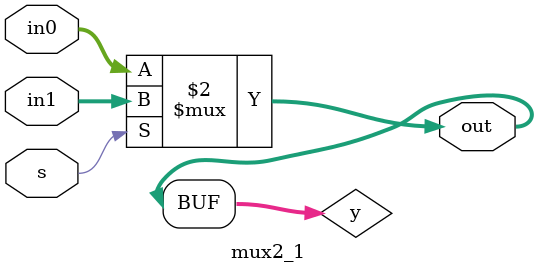
<source format=v>
module mux2_1
	(
    input [5:0] in0,
    input [5:0] in1,
    input s,
    output [5:0] out
    );

	reg [5:0] y=0;
	
	always @(*)
		begin
			y= s ? in1 : in0;
		end
		
	assign out = y;
	
endmodule

</source>
